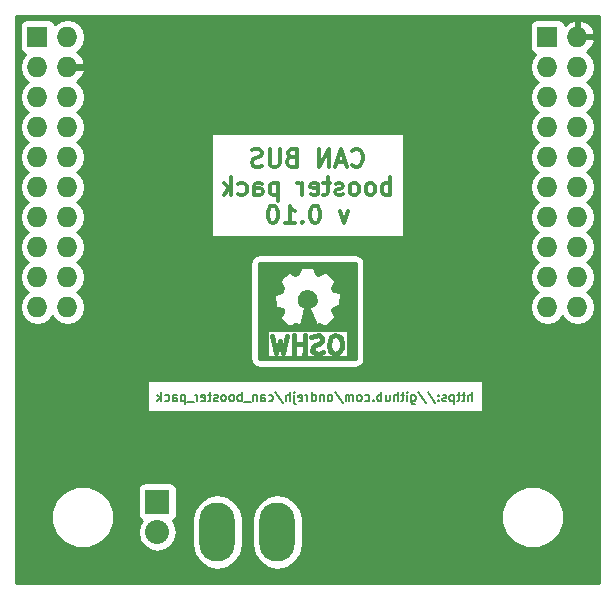
<source format=gbr>
G04 #@! TF.FileFunction,Copper,L2,Bot,Signal*
%FSLAX46Y46*%
G04 Gerber Fmt 4.6, Leading zero omitted, Abs format (unit mm)*
G04 Created by KiCad (PCBNEW (2014-12-04 BZR 5312)-product) date 9.1.2015 14:21:54*
%MOMM*%
G01*
G04 APERTURE LIST*
%ADD10C,0.100000*%
%ADD11C,0.190000*%
%ADD12C,0.300000*%
%ADD13C,0.381000*%
%ADD14R,2.032000X2.032000*%
%ADD15O,2.032000X2.032000*%
%ADD16R,1.727200X1.727200*%
%ADD17O,1.727200X1.727200*%
%ADD18O,2.999740X5.001260*%
%ADD19C,0.889000*%
%ADD20C,0.600000*%
%ADD21C,0.254000*%
G04 APERTURE END LIST*
D10*
D11*
X93945001Y-74003810D02*
X93945001Y-73243810D01*
X93619286Y-74003810D02*
X93619286Y-73605714D01*
X93655477Y-73533333D01*
X93727858Y-73497143D01*
X93836429Y-73497143D01*
X93908810Y-73533333D01*
X93945001Y-73569524D01*
X93365953Y-73497143D02*
X93076429Y-73497143D01*
X93257382Y-73243810D02*
X93257382Y-73895238D01*
X93221191Y-73967619D01*
X93148810Y-74003810D01*
X93076429Y-74003810D01*
X92931667Y-73497143D02*
X92642143Y-73497143D01*
X92823096Y-73243810D02*
X92823096Y-73895238D01*
X92786905Y-73967619D01*
X92714524Y-74003810D01*
X92642143Y-74003810D01*
X92388810Y-73497143D02*
X92388810Y-74257143D01*
X92388810Y-73533333D02*
X92316429Y-73497143D01*
X92171667Y-73497143D01*
X92099286Y-73533333D01*
X92063095Y-73569524D01*
X92026905Y-73641905D01*
X92026905Y-73859048D01*
X92063095Y-73931429D01*
X92099286Y-73967619D01*
X92171667Y-74003810D01*
X92316429Y-74003810D01*
X92388810Y-73967619D01*
X91737381Y-73967619D02*
X91665000Y-74003810D01*
X91520238Y-74003810D01*
X91447857Y-73967619D01*
X91411667Y-73895238D01*
X91411667Y-73859048D01*
X91447857Y-73786667D01*
X91520238Y-73750476D01*
X91628810Y-73750476D01*
X91701191Y-73714286D01*
X91737381Y-73641905D01*
X91737381Y-73605714D01*
X91701191Y-73533333D01*
X91628810Y-73497143D01*
X91520238Y-73497143D01*
X91447857Y-73533333D01*
X91085953Y-73931429D02*
X91049762Y-73967619D01*
X91085953Y-74003810D01*
X91122143Y-73967619D01*
X91085953Y-73931429D01*
X91085953Y-74003810D01*
X91085953Y-73533333D02*
X91049762Y-73569524D01*
X91085953Y-73605714D01*
X91122143Y-73569524D01*
X91085953Y-73533333D01*
X91085953Y-73605714D01*
X90181190Y-73207619D02*
X90832619Y-74184762D01*
X89385000Y-73207619D02*
X90036429Y-74184762D01*
X88805953Y-73497143D02*
X88805953Y-74112381D01*
X88842144Y-74184762D01*
X88878334Y-74220952D01*
X88950715Y-74257143D01*
X89059287Y-74257143D01*
X89131668Y-74220952D01*
X88805953Y-73967619D02*
X88878334Y-74003810D01*
X89023096Y-74003810D01*
X89095477Y-73967619D01*
X89131668Y-73931429D01*
X89167858Y-73859048D01*
X89167858Y-73641905D01*
X89131668Y-73569524D01*
X89095477Y-73533333D01*
X89023096Y-73497143D01*
X88878334Y-73497143D01*
X88805953Y-73533333D01*
X88444049Y-74003810D02*
X88444049Y-73497143D01*
X88444049Y-73243810D02*
X88480239Y-73280000D01*
X88444049Y-73316190D01*
X88407858Y-73280000D01*
X88444049Y-73243810D01*
X88444049Y-73316190D01*
X88190715Y-73497143D02*
X87901191Y-73497143D01*
X88082144Y-73243810D02*
X88082144Y-73895238D01*
X88045953Y-73967619D01*
X87973572Y-74003810D01*
X87901191Y-74003810D01*
X87647858Y-74003810D02*
X87647858Y-73243810D01*
X87322143Y-74003810D02*
X87322143Y-73605714D01*
X87358334Y-73533333D01*
X87430715Y-73497143D01*
X87539286Y-73497143D01*
X87611667Y-73533333D01*
X87647858Y-73569524D01*
X86634524Y-73497143D02*
X86634524Y-74003810D01*
X86960239Y-73497143D02*
X86960239Y-73895238D01*
X86924048Y-73967619D01*
X86851667Y-74003810D01*
X86743096Y-74003810D01*
X86670715Y-73967619D01*
X86634524Y-73931429D01*
X86272620Y-74003810D02*
X86272620Y-73243810D01*
X86272620Y-73533333D02*
X86200239Y-73497143D01*
X86055477Y-73497143D01*
X85983096Y-73533333D01*
X85946905Y-73569524D01*
X85910715Y-73641905D01*
X85910715Y-73859048D01*
X85946905Y-73931429D01*
X85983096Y-73967619D01*
X86055477Y-74003810D01*
X86200239Y-74003810D01*
X86272620Y-73967619D01*
X85585001Y-73931429D02*
X85548810Y-73967619D01*
X85585001Y-74003810D01*
X85621191Y-73967619D01*
X85585001Y-73931429D01*
X85585001Y-74003810D01*
X84897381Y-73967619D02*
X84969762Y-74003810D01*
X85114524Y-74003810D01*
X85186905Y-73967619D01*
X85223096Y-73931429D01*
X85259286Y-73859048D01*
X85259286Y-73641905D01*
X85223096Y-73569524D01*
X85186905Y-73533333D01*
X85114524Y-73497143D01*
X84969762Y-73497143D01*
X84897381Y-73533333D01*
X84463095Y-74003810D02*
X84535476Y-73967619D01*
X84571667Y-73931429D01*
X84607857Y-73859048D01*
X84607857Y-73641905D01*
X84571667Y-73569524D01*
X84535476Y-73533333D01*
X84463095Y-73497143D01*
X84354524Y-73497143D01*
X84282143Y-73533333D01*
X84245952Y-73569524D01*
X84209762Y-73641905D01*
X84209762Y-73859048D01*
X84245952Y-73931429D01*
X84282143Y-73967619D01*
X84354524Y-74003810D01*
X84463095Y-74003810D01*
X83884048Y-74003810D02*
X83884048Y-73497143D01*
X83884048Y-73569524D02*
X83847857Y-73533333D01*
X83775476Y-73497143D01*
X83666905Y-73497143D01*
X83594524Y-73533333D01*
X83558333Y-73605714D01*
X83558333Y-74003810D01*
X83558333Y-73605714D02*
X83522143Y-73533333D01*
X83449762Y-73497143D01*
X83341190Y-73497143D01*
X83268810Y-73533333D01*
X83232619Y-73605714D01*
X83232619Y-74003810D01*
X82327857Y-73207619D02*
X82979286Y-74184762D01*
X81965953Y-74003810D02*
X82038334Y-73967619D01*
X82074525Y-73931429D01*
X82110715Y-73859048D01*
X82110715Y-73641905D01*
X82074525Y-73569524D01*
X82038334Y-73533333D01*
X81965953Y-73497143D01*
X81857382Y-73497143D01*
X81785001Y-73533333D01*
X81748810Y-73569524D01*
X81712620Y-73641905D01*
X81712620Y-73859048D01*
X81748810Y-73931429D01*
X81785001Y-73967619D01*
X81857382Y-74003810D01*
X81965953Y-74003810D01*
X81386906Y-73497143D02*
X81386906Y-74003810D01*
X81386906Y-73569524D02*
X81350715Y-73533333D01*
X81278334Y-73497143D01*
X81169763Y-73497143D01*
X81097382Y-73533333D01*
X81061191Y-73605714D01*
X81061191Y-74003810D01*
X80373572Y-74003810D02*
X80373572Y-73243810D01*
X80373572Y-73967619D02*
X80445953Y-74003810D01*
X80590715Y-74003810D01*
X80663096Y-73967619D01*
X80699287Y-73931429D01*
X80735477Y-73859048D01*
X80735477Y-73641905D01*
X80699287Y-73569524D01*
X80663096Y-73533333D01*
X80590715Y-73497143D01*
X80445953Y-73497143D01*
X80373572Y-73533333D01*
X80011668Y-74003810D02*
X80011668Y-73497143D01*
X80011668Y-73641905D02*
X79975477Y-73569524D01*
X79939287Y-73533333D01*
X79866906Y-73497143D01*
X79794525Y-73497143D01*
X79251668Y-73967619D02*
X79324049Y-74003810D01*
X79468811Y-74003810D01*
X79541192Y-73967619D01*
X79577382Y-73895238D01*
X79577382Y-73605714D01*
X79541192Y-73533333D01*
X79468811Y-73497143D01*
X79324049Y-73497143D01*
X79251668Y-73533333D01*
X79215477Y-73605714D01*
X79215477Y-73678095D01*
X79577382Y-73750476D01*
X78889763Y-73497143D02*
X78889763Y-74148571D01*
X78925953Y-74220952D01*
X78998334Y-74257143D01*
X79034525Y-74257143D01*
X78889763Y-73243810D02*
X78925953Y-73280000D01*
X78889763Y-73316190D01*
X78853572Y-73280000D01*
X78889763Y-73243810D01*
X78889763Y-73316190D01*
X78527858Y-74003810D02*
X78527858Y-73243810D01*
X78202143Y-74003810D02*
X78202143Y-73605714D01*
X78238334Y-73533333D01*
X78310715Y-73497143D01*
X78419286Y-73497143D01*
X78491667Y-73533333D01*
X78527858Y-73569524D01*
X77297381Y-73207619D02*
X77948810Y-74184762D01*
X76718334Y-73967619D02*
X76790715Y-74003810D01*
X76935477Y-74003810D01*
X77007858Y-73967619D01*
X77044049Y-73931429D01*
X77080239Y-73859048D01*
X77080239Y-73641905D01*
X77044049Y-73569524D01*
X77007858Y-73533333D01*
X76935477Y-73497143D01*
X76790715Y-73497143D01*
X76718334Y-73533333D01*
X76066905Y-74003810D02*
X76066905Y-73605714D01*
X76103096Y-73533333D01*
X76175477Y-73497143D01*
X76320239Y-73497143D01*
X76392620Y-73533333D01*
X76066905Y-73967619D02*
X76139286Y-74003810D01*
X76320239Y-74003810D01*
X76392620Y-73967619D01*
X76428810Y-73895238D01*
X76428810Y-73822857D01*
X76392620Y-73750476D01*
X76320239Y-73714286D01*
X76139286Y-73714286D01*
X76066905Y-73678095D01*
X75705001Y-73497143D02*
X75705001Y-74003810D01*
X75705001Y-73569524D02*
X75668810Y-73533333D01*
X75596429Y-73497143D01*
X75487858Y-73497143D01*
X75415477Y-73533333D01*
X75379286Y-73605714D01*
X75379286Y-74003810D01*
X75198334Y-74076190D02*
X74619286Y-74076190D01*
X74438334Y-74003810D02*
X74438334Y-73243810D01*
X74438334Y-73533333D02*
X74365953Y-73497143D01*
X74221191Y-73497143D01*
X74148810Y-73533333D01*
X74112619Y-73569524D01*
X74076429Y-73641905D01*
X74076429Y-73859048D01*
X74112619Y-73931429D01*
X74148810Y-73967619D01*
X74221191Y-74003810D01*
X74365953Y-74003810D01*
X74438334Y-73967619D01*
X73642143Y-74003810D02*
X73714524Y-73967619D01*
X73750715Y-73931429D01*
X73786905Y-73859048D01*
X73786905Y-73641905D01*
X73750715Y-73569524D01*
X73714524Y-73533333D01*
X73642143Y-73497143D01*
X73533572Y-73497143D01*
X73461191Y-73533333D01*
X73425000Y-73569524D01*
X73388810Y-73641905D01*
X73388810Y-73859048D01*
X73425000Y-73931429D01*
X73461191Y-73967619D01*
X73533572Y-74003810D01*
X73642143Y-74003810D01*
X72954524Y-74003810D02*
X73026905Y-73967619D01*
X73063096Y-73931429D01*
X73099286Y-73859048D01*
X73099286Y-73641905D01*
X73063096Y-73569524D01*
X73026905Y-73533333D01*
X72954524Y-73497143D01*
X72845953Y-73497143D01*
X72773572Y-73533333D01*
X72737381Y-73569524D01*
X72701191Y-73641905D01*
X72701191Y-73859048D01*
X72737381Y-73931429D01*
X72773572Y-73967619D01*
X72845953Y-74003810D01*
X72954524Y-74003810D01*
X72411667Y-73967619D02*
X72339286Y-74003810D01*
X72194524Y-74003810D01*
X72122143Y-73967619D01*
X72085953Y-73895238D01*
X72085953Y-73859048D01*
X72122143Y-73786667D01*
X72194524Y-73750476D01*
X72303096Y-73750476D01*
X72375477Y-73714286D01*
X72411667Y-73641905D01*
X72411667Y-73605714D01*
X72375477Y-73533333D01*
X72303096Y-73497143D01*
X72194524Y-73497143D01*
X72122143Y-73533333D01*
X71868810Y-73497143D02*
X71579286Y-73497143D01*
X71760239Y-73243810D02*
X71760239Y-73895238D01*
X71724048Y-73967619D01*
X71651667Y-74003810D01*
X71579286Y-74003810D01*
X71036429Y-73967619D02*
X71108810Y-74003810D01*
X71253572Y-74003810D01*
X71325953Y-73967619D01*
X71362143Y-73895238D01*
X71362143Y-73605714D01*
X71325953Y-73533333D01*
X71253572Y-73497143D01*
X71108810Y-73497143D01*
X71036429Y-73533333D01*
X71000238Y-73605714D01*
X71000238Y-73678095D01*
X71362143Y-73750476D01*
X70674524Y-74003810D02*
X70674524Y-73497143D01*
X70674524Y-73641905D02*
X70638333Y-73569524D01*
X70602143Y-73533333D01*
X70529762Y-73497143D01*
X70457381Y-73497143D01*
X70385000Y-74076190D02*
X69805952Y-74076190D01*
X69625000Y-73497143D02*
X69625000Y-74257143D01*
X69625000Y-73533333D02*
X69552619Y-73497143D01*
X69407857Y-73497143D01*
X69335476Y-73533333D01*
X69299285Y-73569524D01*
X69263095Y-73641905D01*
X69263095Y-73859048D01*
X69299285Y-73931429D01*
X69335476Y-73967619D01*
X69407857Y-74003810D01*
X69552619Y-74003810D01*
X69625000Y-73967619D01*
X68611666Y-74003810D02*
X68611666Y-73605714D01*
X68647857Y-73533333D01*
X68720238Y-73497143D01*
X68865000Y-73497143D01*
X68937381Y-73533333D01*
X68611666Y-73967619D02*
X68684047Y-74003810D01*
X68865000Y-74003810D01*
X68937381Y-73967619D01*
X68973571Y-73895238D01*
X68973571Y-73822857D01*
X68937381Y-73750476D01*
X68865000Y-73714286D01*
X68684047Y-73714286D01*
X68611666Y-73678095D01*
X67924047Y-73967619D02*
X67996428Y-74003810D01*
X68141190Y-74003810D01*
X68213571Y-73967619D01*
X68249762Y-73931429D01*
X68285952Y-73859048D01*
X68285952Y-73641905D01*
X68249762Y-73569524D01*
X68213571Y-73533333D01*
X68141190Y-73497143D01*
X67996428Y-73497143D01*
X67924047Y-73533333D01*
X67598333Y-74003810D02*
X67598333Y-73243810D01*
X67525952Y-73714286D02*
X67308809Y-74003810D01*
X67308809Y-73497143D02*
X67598333Y-73786667D01*
D12*
X83795714Y-54015714D02*
X83867143Y-54087143D01*
X84081429Y-54158571D01*
X84224286Y-54158571D01*
X84438571Y-54087143D01*
X84581429Y-53944286D01*
X84652857Y-53801429D01*
X84724286Y-53515714D01*
X84724286Y-53301429D01*
X84652857Y-53015714D01*
X84581429Y-52872857D01*
X84438571Y-52730000D01*
X84224286Y-52658571D01*
X84081429Y-52658571D01*
X83867143Y-52730000D01*
X83795714Y-52801429D01*
X83224286Y-53730000D02*
X82510000Y-53730000D01*
X83367143Y-54158571D02*
X82867143Y-52658571D01*
X82367143Y-54158571D01*
X81867143Y-54158571D02*
X81867143Y-52658571D01*
X81010000Y-54158571D01*
X81010000Y-52658571D01*
X78652857Y-53372857D02*
X78438571Y-53444286D01*
X78367143Y-53515714D01*
X78295714Y-53658571D01*
X78295714Y-53872857D01*
X78367143Y-54015714D01*
X78438571Y-54087143D01*
X78581429Y-54158571D01*
X79152857Y-54158571D01*
X79152857Y-52658571D01*
X78652857Y-52658571D01*
X78510000Y-52730000D01*
X78438571Y-52801429D01*
X78367143Y-52944286D01*
X78367143Y-53087143D01*
X78438571Y-53230000D01*
X78510000Y-53301429D01*
X78652857Y-53372857D01*
X79152857Y-53372857D01*
X77652857Y-52658571D02*
X77652857Y-53872857D01*
X77581429Y-54015714D01*
X77510000Y-54087143D01*
X77367143Y-54158571D01*
X77081429Y-54158571D01*
X76938571Y-54087143D01*
X76867143Y-54015714D01*
X76795714Y-53872857D01*
X76795714Y-52658571D01*
X76152857Y-54087143D02*
X75938571Y-54158571D01*
X75581428Y-54158571D01*
X75438571Y-54087143D01*
X75367142Y-54015714D01*
X75295714Y-53872857D01*
X75295714Y-53730000D01*
X75367142Y-53587143D01*
X75438571Y-53515714D01*
X75581428Y-53444286D01*
X75867142Y-53372857D01*
X76010000Y-53301429D01*
X76081428Y-53230000D01*
X76152857Y-53087143D01*
X76152857Y-52944286D01*
X76081428Y-52801429D01*
X76010000Y-52730000D01*
X75867142Y-52658571D01*
X75510000Y-52658571D01*
X75295714Y-52730000D01*
X87010000Y-56558571D02*
X87010000Y-55058571D01*
X87010000Y-55630000D02*
X86867143Y-55558571D01*
X86581429Y-55558571D01*
X86438572Y-55630000D01*
X86367143Y-55701429D01*
X86295714Y-55844286D01*
X86295714Y-56272857D01*
X86367143Y-56415714D01*
X86438572Y-56487143D01*
X86581429Y-56558571D01*
X86867143Y-56558571D01*
X87010000Y-56487143D01*
X85438571Y-56558571D02*
X85581429Y-56487143D01*
X85652857Y-56415714D01*
X85724286Y-56272857D01*
X85724286Y-55844286D01*
X85652857Y-55701429D01*
X85581429Y-55630000D01*
X85438571Y-55558571D01*
X85224286Y-55558571D01*
X85081429Y-55630000D01*
X85010000Y-55701429D01*
X84938571Y-55844286D01*
X84938571Y-56272857D01*
X85010000Y-56415714D01*
X85081429Y-56487143D01*
X85224286Y-56558571D01*
X85438571Y-56558571D01*
X84081428Y-56558571D02*
X84224286Y-56487143D01*
X84295714Y-56415714D01*
X84367143Y-56272857D01*
X84367143Y-55844286D01*
X84295714Y-55701429D01*
X84224286Y-55630000D01*
X84081428Y-55558571D01*
X83867143Y-55558571D01*
X83724286Y-55630000D01*
X83652857Y-55701429D01*
X83581428Y-55844286D01*
X83581428Y-56272857D01*
X83652857Y-56415714D01*
X83724286Y-56487143D01*
X83867143Y-56558571D01*
X84081428Y-56558571D01*
X83010000Y-56487143D02*
X82867143Y-56558571D01*
X82581428Y-56558571D01*
X82438571Y-56487143D01*
X82367143Y-56344286D01*
X82367143Y-56272857D01*
X82438571Y-56130000D01*
X82581428Y-56058571D01*
X82795714Y-56058571D01*
X82938571Y-55987143D01*
X83010000Y-55844286D01*
X83010000Y-55772857D01*
X82938571Y-55630000D01*
X82795714Y-55558571D01*
X82581428Y-55558571D01*
X82438571Y-55630000D01*
X81938571Y-55558571D02*
X81367142Y-55558571D01*
X81724285Y-55058571D02*
X81724285Y-56344286D01*
X81652857Y-56487143D01*
X81509999Y-56558571D01*
X81367142Y-56558571D01*
X80295714Y-56487143D02*
X80438571Y-56558571D01*
X80724285Y-56558571D01*
X80867142Y-56487143D01*
X80938571Y-56344286D01*
X80938571Y-55772857D01*
X80867142Y-55630000D01*
X80724285Y-55558571D01*
X80438571Y-55558571D01*
X80295714Y-55630000D01*
X80224285Y-55772857D01*
X80224285Y-55915714D01*
X80938571Y-56058571D01*
X79581428Y-56558571D02*
X79581428Y-55558571D01*
X79581428Y-55844286D02*
X79510000Y-55701429D01*
X79438571Y-55630000D01*
X79295714Y-55558571D01*
X79152857Y-55558571D01*
X77510000Y-55558571D02*
X77510000Y-57058571D01*
X77510000Y-55630000D02*
X77367143Y-55558571D01*
X77081429Y-55558571D01*
X76938572Y-55630000D01*
X76867143Y-55701429D01*
X76795714Y-55844286D01*
X76795714Y-56272857D01*
X76867143Y-56415714D01*
X76938572Y-56487143D01*
X77081429Y-56558571D01*
X77367143Y-56558571D01*
X77510000Y-56487143D01*
X75510000Y-56558571D02*
X75510000Y-55772857D01*
X75581429Y-55630000D01*
X75724286Y-55558571D01*
X76010000Y-55558571D01*
X76152857Y-55630000D01*
X75510000Y-56487143D02*
X75652857Y-56558571D01*
X76010000Y-56558571D01*
X76152857Y-56487143D01*
X76224286Y-56344286D01*
X76224286Y-56201429D01*
X76152857Y-56058571D01*
X76010000Y-55987143D01*
X75652857Y-55987143D01*
X75510000Y-55915714D01*
X74152857Y-56487143D02*
X74295714Y-56558571D01*
X74581428Y-56558571D01*
X74724286Y-56487143D01*
X74795714Y-56415714D01*
X74867143Y-56272857D01*
X74867143Y-55844286D01*
X74795714Y-55701429D01*
X74724286Y-55630000D01*
X74581428Y-55558571D01*
X74295714Y-55558571D01*
X74152857Y-55630000D01*
X73510000Y-56558571D02*
X73510000Y-55058571D01*
X73367143Y-55987143D02*
X72938572Y-56558571D01*
X72938572Y-55558571D02*
X73510000Y-56130000D01*
X83438570Y-57958571D02*
X83081427Y-58958571D01*
X82724285Y-57958571D01*
X80724285Y-57458571D02*
X80581428Y-57458571D01*
X80438571Y-57530000D01*
X80367142Y-57601429D01*
X80295713Y-57744286D01*
X80224285Y-58030000D01*
X80224285Y-58387143D01*
X80295713Y-58672857D01*
X80367142Y-58815714D01*
X80438571Y-58887143D01*
X80581428Y-58958571D01*
X80724285Y-58958571D01*
X80867142Y-58887143D01*
X80938571Y-58815714D01*
X81009999Y-58672857D01*
X81081428Y-58387143D01*
X81081428Y-58030000D01*
X81009999Y-57744286D01*
X80938571Y-57601429D01*
X80867142Y-57530000D01*
X80724285Y-57458571D01*
X79581428Y-58815714D02*
X79510000Y-58887143D01*
X79581428Y-58958571D01*
X79652857Y-58887143D01*
X79581428Y-58815714D01*
X79581428Y-58958571D01*
X78081428Y-58958571D02*
X78938571Y-58958571D01*
X78509999Y-58958571D02*
X78509999Y-57458571D01*
X78652856Y-57672857D01*
X78795714Y-57815714D01*
X78938571Y-57887143D01*
X77152857Y-57458571D02*
X77010000Y-57458571D01*
X76867143Y-57530000D01*
X76795714Y-57601429D01*
X76724285Y-57744286D01*
X76652857Y-58030000D01*
X76652857Y-58387143D01*
X76724285Y-58672857D01*
X76795714Y-58815714D01*
X76867143Y-58887143D01*
X77010000Y-58958571D01*
X77152857Y-58958571D01*
X77295714Y-58887143D01*
X77367143Y-58815714D01*
X77438571Y-58672857D01*
X77510000Y-58387143D01*
X77510000Y-58030000D01*
X77438571Y-57744286D01*
X77367143Y-57601429D01*
X77295714Y-57530000D01*
X77152857Y-57458571D01*
D13*
X80010000Y-66004440D02*
X80609440Y-67604640D01*
X79910940Y-66106040D02*
X79509620Y-67604640D01*
X80408780Y-65704720D02*
X79611220Y-65704720D01*
X79410560Y-65405000D02*
X80408780Y-65405000D01*
X80408780Y-65105280D02*
X79611220Y-65105280D01*
X84010500Y-67604640D02*
X82008980Y-67604640D01*
X82311240Y-67304920D02*
X83908900Y-67304920D01*
X84010500Y-67005200D02*
X82509360Y-67005200D01*
X82410300Y-66705480D02*
X84010500Y-66705480D01*
X83908900Y-66405760D02*
X82509360Y-66405760D01*
X82809080Y-66106040D02*
X83908900Y-66106040D01*
X84010500Y-65803780D02*
X83009740Y-65803780D01*
X83009740Y-65504060D02*
X84010500Y-65504060D01*
X83908900Y-65204340D02*
X83009740Y-65204340D01*
X82910680Y-64904620D02*
X83908900Y-64904620D01*
X84010500Y-64604900D02*
X82509360Y-64604900D01*
X82410300Y-64305180D02*
X83908900Y-64305180D01*
X84010500Y-64206120D02*
X82610960Y-64206120D01*
X82509360Y-63903860D02*
X83908900Y-63903860D01*
X83908900Y-63604140D02*
X82509360Y-63604140D01*
X82008980Y-63304420D02*
X83809840Y-63304420D01*
X83908900Y-63004700D02*
X80909160Y-63004700D01*
X80711040Y-62704980D02*
X83908900Y-62704980D01*
X79209900Y-62704980D02*
X76111100Y-62704980D01*
X76009500Y-62905640D02*
X79110840Y-62905640D01*
X78011020Y-63205360D02*
X76111100Y-63205360D01*
X76009500Y-63406020D02*
X77708760Y-63406020D01*
X77510640Y-63705740D02*
X76111100Y-63705740D01*
X76111100Y-64005460D02*
X77409040Y-64005460D01*
X77708760Y-64305180D02*
X76009500Y-64305180D01*
X76009500Y-64604900D02*
X77609700Y-64604900D01*
X77109320Y-64904620D02*
X76009500Y-64904620D01*
X76009500Y-65204340D02*
X77010260Y-65204340D01*
X77109320Y-65504060D02*
X76009500Y-65504060D01*
X76009500Y-65803780D02*
X77109320Y-65803780D01*
X77210920Y-66106040D02*
X76111100Y-66106040D01*
X76009500Y-66405760D02*
X77708760Y-66405760D01*
X77609700Y-66705480D02*
X76111100Y-66705480D01*
X77609700Y-67005200D02*
X76210160Y-67005200D01*
X76111100Y-67304920D02*
X77609700Y-67304920D01*
X77909420Y-67604640D02*
X76210160Y-67604640D01*
X80010000Y-67005200D02*
X79809340Y-67706240D01*
X80010000Y-66906140D02*
X80210660Y-67706240D01*
X76309220Y-67904360D02*
X76210160Y-70205600D01*
X83809840Y-67904360D02*
X83809840Y-70205600D01*
X83510120Y-67904360D02*
X83510120Y-70406260D01*
X76509880Y-67904360D02*
X76509880Y-70406260D01*
X84010500Y-67904360D02*
X76009500Y-67904360D01*
X79989680Y-66085720D02*
X80020160Y-66375280D01*
X80020160Y-66375280D02*
X79451200Y-67744340D01*
X79451200Y-67744340D02*
X79009240Y-67594480D01*
X79009240Y-67594480D02*
X78971140Y-67546220D01*
X78971140Y-67546220D02*
X78579980Y-67815460D01*
X78590140Y-67774820D02*
X78389480Y-67744340D01*
X78379320Y-67784980D02*
X77701140Y-67144900D01*
X77701140Y-67144900D02*
X77609700Y-66913760D01*
X77609700Y-66913760D02*
X77878940Y-66436240D01*
X77878940Y-66436240D02*
X77851000Y-66283840D01*
X77851000Y-66283840D02*
X77170280Y-66095880D01*
X77170280Y-66095880D02*
X77109320Y-64914780D01*
X77109320Y-64914780D02*
X77779880Y-64665860D01*
X77779880Y-64665860D02*
X77851000Y-64465200D01*
X77851000Y-64465200D02*
X77579220Y-63934340D01*
X77579220Y-63934340D02*
X77701140Y-63624460D01*
X77701140Y-63624460D02*
X78341220Y-63014860D01*
X78341220Y-63014860D02*
X78549500Y-63004700D01*
X78549500Y-63004700D02*
X78971140Y-63263780D01*
X78971140Y-63263780D02*
X79148940Y-63185040D01*
X79148940Y-63185040D02*
X79369920Y-62626240D01*
X79369920Y-62626240D02*
X79390240Y-62555120D01*
X79390240Y-62555120D02*
X80561180Y-62534800D01*
X80551020Y-62494160D02*
X80799940Y-63164720D01*
X80799940Y-63164720D02*
X80919320Y-63235840D01*
X80919320Y-63235840D02*
X81620360Y-62936120D01*
X81620360Y-62936120D02*
X82471260Y-63835280D01*
X82471260Y-63835280D02*
X82199480Y-64465200D01*
X82199480Y-64465200D02*
X82240120Y-64594740D01*
X82240120Y-64594740D02*
X82760820Y-64676020D01*
X82760820Y-64676020D02*
X82910680Y-64734440D01*
X82910680Y-64734440D02*
X82880200Y-65994280D01*
X82880200Y-65994280D02*
X82240120Y-66225420D01*
X82240120Y-66225420D02*
X82209640Y-66324480D01*
X82209640Y-66324480D02*
X82509360Y-66934080D01*
X82509360Y-66934080D02*
X81688940Y-67774820D01*
X81688940Y-67774820D02*
X81579720Y-67866260D01*
X81579720Y-67866260D02*
X80990440Y-67574160D01*
X80990440Y-67574160D02*
X80728820Y-67713860D01*
X80728820Y-67713860D02*
X80500220Y-67713860D01*
X80500220Y-67713860D02*
X79959200Y-66205100D01*
X79959200Y-66205100D02*
X80200500Y-65895220D01*
X80200500Y-65895220D02*
X80279240Y-65905380D01*
X80279240Y-65905380D02*
X80490060Y-65765680D01*
X80490060Y-65765680D02*
X80629760Y-65565020D01*
X80629760Y-65565020D02*
X80589120Y-65125600D01*
X80589120Y-65125600D02*
X80309720Y-64836040D01*
X80309720Y-64836040D02*
X79949040Y-64764920D01*
X79949040Y-64764920D02*
X79611220Y-64884300D01*
X79611220Y-64884300D02*
X79380080Y-65184020D01*
X79380080Y-65184020D02*
X79390240Y-65585340D01*
X79390240Y-65585340D02*
X79499460Y-65775840D01*
X79499460Y-65775840D02*
X80010000Y-66085720D01*
X84010500Y-62405260D02*
X76009500Y-62405260D01*
X76009500Y-62405260D02*
X76009500Y-70406260D01*
X76009500Y-70406260D02*
X84010500Y-70406260D01*
X84010500Y-70406260D02*
X84010500Y-62405260D01*
X78292960Y-68486020D02*
X77932280Y-69956680D01*
X77932280Y-69956680D02*
X77652880Y-68894960D01*
X77652880Y-68894960D02*
X77343000Y-69966840D01*
X77343000Y-69966840D02*
X77002640Y-68516500D01*
X79712820Y-69176900D02*
X78922880Y-69166740D01*
X78922880Y-69166740D02*
X78912720Y-69176900D01*
X78912720Y-69176900D02*
X78912720Y-69166740D01*
X78872080Y-68455540D02*
X78872080Y-69997320D01*
X79761080Y-68445380D02*
X79761080Y-70015100D01*
X79761080Y-70015100D02*
X79750920Y-70004940D01*
X80312260Y-68546980D02*
X80662780Y-68465700D01*
X80662780Y-68465700D02*
X80982820Y-68455540D01*
X80982820Y-68455540D02*
X81221580Y-68656200D01*
X81221580Y-68656200D02*
X81252060Y-68925440D01*
X81252060Y-68925440D02*
X81010760Y-69166740D01*
X81010760Y-69166740D02*
X80622140Y-69296280D01*
X80622140Y-69296280D02*
X80441800Y-69456300D01*
X80441800Y-69456300D02*
X80401160Y-69756020D01*
X80401160Y-69756020D02*
X80632300Y-69977000D01*
X80632300Y-69977000D02*
X80952340Y-70004940D01*
X80952340Y-70004940D02*
X81302860Y-69895720D01*
X82341720Y-68445380D02*
X82590640Y-68465700D01*
X82590640Y-68465700D02*
X82831940Y-68707000D01*
X82831940Y-68707000D02*
X82920840Y-69197220D01*
X82920840Y-69197220D02*
X82892900Y-69545200D01*
X82892900Y-69545200D02*
X82692240Y-69865240D01*
X82692240Y-69865240D02*
X82440780Y-69987160D01*
X82440780Y-69987160D02*
X82130900Y-69916040D01*
X82130900Y-69916040D02*
X81912460Y-69735700D01*
X81912460Y-69735700D02*
X81841340Y-69275960D01*
X81841340Y-69275960D02*
X81892140Y-68867020D01*
X81892140Y-68867020D02*
X82001360Y-68585080D01*
X82001360Y-68585080D02*
X82362040Y-68455540D01*
D14*
X67310000Y-82550000D03*
D15*
X67310000Y-85090000D03*
D16*
X57150000Y-43180000D03*
D17*
X59690000Y-43180000D03*
X57150000Y-45720000D03*
X59690000Y-45720000D03*
X57150000Y-48260000D03*
X59690000Y-48260000D03*
X57150000Y-50800000D03*
X59690000Y-50800000D03*
X57150000Y-53340000D03*
X59690000Y-53340000D03*
X57150000Y-55880000D03*
X59690000Y-55880000D03*
X57150000Y-58420000D03*
X59690000Y-58420000D03*
X57150000Y-60960000D03*
X59690000Y-60960000D03*
X57150000Y-63500000D03*
X59690000Y-63500000D03*
X57150000Y-66040000D03*
X59690000Y-66040000D03*
D16*
X100330000Y-43180000D03*
D17*
X102870000Y-43180000D03*
X100330000Y-45720000D03*
X102870000Y-45720000D03*
X100330000Y-48260000D03*
X102870000Y-48260000D03*
X100330000Y-50800000D03*
X102870000Y-50800000D03*
X100330000Y-53340000D03*
X102870000Y-53340000D03*
X100330000Y-55880000D03*
X102870000Y-55880000D03*
X100330000Y-58420000D03*
X102870000Y-58420000D03*
X100330000Y-60960000D03*
X102870000Y-60960000D03*
X100330000Y-63500000D03*
X102870000Y-63500000D03*
X100330000Y-66040000D03*
X102870000Y-66040000D03*
D18*
X72390000Y-85090000D03*
X77470000Y-85090000D03*
D19*
X104140000Y-88900000D03*
X68580000Y-76835000D03*
X69850000Y-76835000D03*
X67310000Y-76835000D03*
X55880000Y-88900000D03*
X81280000Y-76835000D03*
X82550000Y-76835000D03*
X80010000Y-76835000D03*
X71120000Y-46990000D03*
X71120000Y-49530000D03*
X77470000Y-46355000D03*
X77470000Y-47625000D03*
D20*
X104140000Y-88900000D02*
X104140000Y-88265000D01*
X68580000Y-76835000D02*
X69850000Y-76835000D01*
X67310000Y-76835000D02*
X65405000Y-78105000D01*
X65405000Y-78105000D02*
X65405000Y-88900000D01*
X65405000Y-88900000D02*
X55880000Y-88900000D01*
X81280000Y-76835000D02*
X82550000Y-76835000D01*
X80010000Y-76835000D02*
X79375000Y-76835000D01*
X59690000Y-45720000D02*
X69850000Y-45720000D01*
X69850000Y-45720000D02*
X71120000Y-46990000D01*
X71120000Y-49530000D02*
X70485000Y-49530000D01*
X77470000Y-46355000D02*
X77470000Y-47625000D01*
D21*
G36*
X104675000Y-89435000D02*
X104368600Y-89435000D01*
X104368600Y-66069359D01*
X104368600Y-66010641D01*
X104254526Y-65437152D01*
X103929670Y-64950971D01*
X103658827Y-64770000D01*
X103929670Y-64589029D01*
X104254526Y-64102848D01*
X104368600Y-63529359D01*
X104368600Y-63470641D01*
X104254526Y-62897152D01*
X103929670Y-62410971D01*
X103658827Y-62230000D01*
X103929670Y-62049029D01*
X104254526Y-61562848D01*
X104368600Y-60989359D01*
X104368600Y-60930641D01*
X104254526Y-60357152D01*
X103929670Y-59870971D01*
X103658827Y-59690000D01*
X103929670Y-59509029D01*
X104254526Y-59022848D01*
X104368600Y-58449359D01*
X104368600Y-58390641D01*
X104254526Y-57817152D01*
X103929670Y-57330971D01*
X103658827Y-57150000D01*
X103929670Y-56969029D01*
X104254526Y-56482848D01*
X104368600Y-55909359D01*
X104368600Y-55850641D01*
X104254526Y-55277152D01*
X103929670Y-54790971D01*
X103658827Y-54610000D01*
X103929670Y-54429029D01*
X104254526Y-53942848D01*
X104368600Y-53369359D01*
X104368600Y-53310641D01*
X104254526Y-52737152D01*
X103929670Y-52250971D01*
X103658827Y-52070000D01*
X103929670Y-51889029D01*
X104254526Y-51402848D01*
X104368600Y-50829359D01*
X104368600Y-50770641D01*
X104254526Y-50197152D01*
X103929670Y-49710971D01*
X103658827Y-49530000D01*
X103929670Y-49349029D01*
X104254526Y-48862848D01*
X104368600Y-48289359D01*
X104368600Y-48230641D01*
X104254526Y-47657152D01*
X103929670Y-47170971D01*
X103658827Y-46990000D01*
X103929670Y-46809029D01*
X104254526Y-46322848D01*
X104368600Y-45749359D01*
X104368600Y-45690641D01*
X104254526Y-45117152D01*
X103929670Y-44630971D01*
X103658839Y-44450007D01*
X104076821Y-44068490D01*
X104324968Y-43539027D01*
X104324968Y-42820973D01*
X104076821Y-42291510D01*
X103644947Y-41897312D01*
X103229026Y-41725042D01*
X102997000Y-41846183D01*
X102997000Y-43053000D01*
X104204469Y-43053000D01*
X104324968Y-42820973D01*
X104324968Y-43539027D01*
X104204469Y-43307000D01*
X102997000Y-43307000D01*
X102997000Y-43327000D01*
X102743000Y-43327000D01*
X102743000Y-43307000D01*
X102723000Y-43307000D01*
X102723000Y-43053000D01*
X102743000Y-43053000D01*
X102743000Y-41846183D01*
X102510974Y-41725042D01*
X102095053Y-41897312D01*
X101810178Y-42157334D01*
X101794063Y-42074277D01*
X101654273Y-41861473D01*
X101443240Y-41719023D01*
X101193600Y-41668960D01*
X99466400Y-41668960D01*
X99224277Y-41715937D01*
X99011473Y-41855727D01*
X98869023Y-42066760D01*
X98818960Y-42316400D01*
X98818960Y-44043600D01*
X98865937Y-44285723D01*
X99005727Y-44498527D01*
X99216760Y-44640977D01*
X99258104Y-44649268D01*
X98945474Y-45117152D01*
X98831400Y-45690641D01*
X98831400Y-45749359D01*
X98945474Y-46322848D01*
X99270330Y-46809029D01*
X99541172Y-46990000D01*
X99270330Y-47170971D01*
X98945474Y-47657152D01*
X98831400Y-48230641D01*
X98831400Y-48289359D01*
X98945474Y-48862848D01*
X99270330Y-49349029D01*
X99541172Y-49530000D01*
X99270330Y-49710971D01*
X98945474Y-50197152D01*
X98831400Y-50770641D01*
X98831400Y-50829359D01*
X98945474Y-51402848D01*
X99270330Y-51889029D01*
X99541172Y-52070000D01*
X99270330Y-52250971D01*
X98945474Y-52737152D01*
X98831400Y-53310641D01*
X98831400Y-53369359D01*
X98945474Y-53942848D01*
X99270330Y-54429029D01*
X99541172Y-54610000D01*
X99270330Y-54790971D01*
X98945474Y-55277152D01*
X98831400Y-55850641D01*
X98831400Y-55909359D01*
X98945474Y-56482848D01*
X99270330Y-56969029D01*
X99541172Y-57150000D01*
X99270330Y-57330971D01*
X98945474Y-57817152D01*
X98831400Y-58390641D01*
X98831400Y-58449359D01*
X98945474Y-59022848D01*
X99270330Y-59509029D01*
X99541172Y-59690000D01*
X99270330Y-59870971D01*
X98945474Y-60357152D01*
X98831400Y-60930641D01*
X98831400Y-60989359D01*
X98945474Y-61562848D01*
X99270330Y-62049029D01*
X99541172Y-62230000D01*
X99270330Y-62410971D01*
X98945474Y-62897152D01*
X98831400Y-63470641D01*
X98831400Y-63529359D01*
X98945474Y-64102848D01*
X99270330Y-64589029D01*
X99541172Y-64770000D01*
X99270330Y-64950971D01*
X98945474Y-65437152D01*
X98831400Y-66010641D01*
X98831400Y-66069359D01*
X98945474Y-66642848D01*
X99270330Y-67129029D01*
X99756511Y-67453885D01*
X100330000Y-67567959D01*
X100903489Y-67453885D01*
X101389670Y-67129029D01*
X101600000Y-66814248D01*
X101810330Y-67129029D01*
X102296511Y-67453885D01*
X102870000Y-67567959D01*
X103443489Y-67453885D01*
X103929670Y-67129029D01*
X104254526Y-66642848D01*
X104368600Y-66069359D01*
X104368600Y-89435000D01*
X101695707Y-89435000D01*
X101695707Y-83298116D01*
X101295359Y-82329201D01*
X100554698Y-81587246D01*
X99586483Y-81185208D01*
X98538116Y-81184293D01*
X97569201Y-81584641D01*
X96827246Y-82325302D01*
X96425208Y-83293517D01*
X96424293Y-84341884D01*
X96824641Y-85310799D01*
X97565302Y-86052754D01*
X98533517Y-86454792D01*
X99581884Y-86455707D01*
X100550799Y-86055359D01*
X101292754Y-85314698D01*
X101694792Y-84346483D01*
X101695707Y-83298116D01*
X101695707Y-89435000D01*
X94855953Y-89435000D01*
X94855953Y-74922000D01*
X94855953Y-72208000D01*
X88152143Y-72208000D01*
X88152143Y-60115000D01*
X88152143Y-51345000D01*
X71867857Y-51345000D01*
X71867857Y-60115000D01*
X88152143Y-60115000D01*
X88152143Y-72208000D01*
X84836000Y-72208000D01*
X84836000Y-70406260D01*
X84836000Y-67904360D01*
X84836000Y-67604640D01*
X84836000Y-67005200D01*
X84836000Y-66705480D01*
X84836000Y-65803780D01*
X84836000Y-65504060D01*
X84836000Y-64604900D01*
X84836000Y-64206120D01*
X84836000Y-62405260D01*
X84773163Y-62089355D01*
X84594217Y-61821543D01*
X84326405Y-61642597D01*
X84010500Y-61579760D01*
X76009500Y-61579760D01*
X75693595Y-61642597D01*
X75425783Y-61821543D01*
X75246837Y-62089355D01*
X75184000Y-62405260D01*
X75184000Y-62905640D01*
X75184000Y-63406020D01*
X75184000Y-64305180D01*
X75184000Y-64604900D01*
X75184000Y-64904620D01*
X75184000Y-65204340D01*
X75184000Y-65504060D01*
X75184000Y-65803780D01*
X75184000Y-66405760D01*
X75184000Y-67904360D01*
X75184000Y-70406260D01*
X75246837Y-70722165D01*
X75425783Y-70989977D01*
X75693595Y-71168923D01*
X76009500Y-71231760D01*
X76509880Y-71231760D01*
X83510120Y-71231760D01*
X84010500Y-71231760D01*
X84326405Y-71168923D01*
X84594217Y-70989977D01*
X84773163Y-70722165D01*
X84836000Y-70406260D01*
X84836000Y-72208000D01*
X66434047Y-72208000D01*
X66434047Y-74922000D01*
X94855953Y-74922000D01*
X94855953Y-89435000D01*
X79604870Y-89435000D01*
X79604870Y-86152191D01*
X79604870Y-84027809D01*
X79442363Y-83210830D01*
X78979581Y-82518228D01*
X78286979Y-82055446D01*
X77470000Y-81892939D01*
X76653021Y-82055446D01*
X75960419Y-82518228D01*
X75497637Y-83210830D01*
X75335130Y-84027809D01*
X75335130Y-86152191D01*
X75497637Y-86969170D01*
X75960419Y-87661772D01*
X76653021Y-88124554D01*
X77470000Y-88287061D01*
X78286979Y-88124554D01*
X78979581Y-87661772D01*
X79442363Y-86969170D01*
X79604870Y-86152191D01*
X79604870Y-89435000D01*
X74524870Y-89435000D01*
X74524870Y-86152191D01*
X74524870Y-84027809D01*
X74362363Y-83210830D01*
X73899581Y-82518228D01*
X73206979Y-82055446D01*
X72390000Y-81892939D01*
X71573021Y-82055446D01*
X70880419Y-82518228D01*
X70417637Y-83210830D01*
X70255130Y-84027809D01*
X70255130Y-86152191D01*
X70417637Y-86969170D01*
X70880419Y-87661772D01*
X71573021Y-88124554D01*
X72390000Y-88287061D01*
X73206979Y-88124554D01*
X73899581Y-87661772D01*
X74362363Y-86969170D01*
X74524870Y-86152191D01*
X74524870Y-89435000D01*
X68973440Y-89435000D01*
X68973440Y-83566000D01*
X68973440Y-81534000D01*
X68926463Y-81291877D01*
X68786673Y-81079073D01*
X68575640Y-80936623D01*
X68326000Y-80886560D01*
X66294000Y-80886560D01*
X66051877Y-80933537D01*
X65839073Y-81073327D01*
X65696623Y-81284360D01*
X65646560Y-81534000D01*
X65646560Y-83566000D01*
X65693537Y-83808123D01*
X65833327Y-84020927D01*
X65986256Y-84124156D01*
X65784675Y-84425845D01*
X65659000Y-85057655D01*
X65659000Y-85122345D01*
X65784675Y-85754155D01*
X66142567Y-86289778D01*
X66678190Y-86647670D01*
X67310000Y-86773345D01*
X67941810Y-86647670D01*
X68477433Y-86289778D01*
X68835325Y-85754155D01*
X68961000Y-85122345D01*
X68961000Y-85057655D01*
X68835325Y-84425845D01*
X68633372Y-84123601D01*
X68780927Y-84026673D01*
X68923377Y-83815640D01*
X68973440Y-83566000D01*
X68973440Y-89435000D01*
X63595707Y-89435000D01*
X63595707Y-83298116D01*
X63195359Y-82329201D01*
X62454698Y-81587246D01*
X61486483Y-81185208D01*
X61188600Y-81184948D01*
X61188600Y-66069359D01*
X61188600Y-66010641D01*
X61074526Y-65437152D01*
X60749670Y-64950971D01*
X60478827Y-64770000D01*
X60749670Y-64589029D01*
X61074526Y-64102848D01*
X61188600Y-63529359D01*
X61188600Y-63470641D01*
X61074526Y-62897152D01*
X60749670Y-62410971D01*
X60478827Y-62230000D01*
X60749670Y-62049029D01*
X61074526Y-61562848D01*
X61188600Y-60989359D01*
X61188600Y-60930641D01*
X61074526Y-60357152D01*
X60749670Y-59870971D01*
X60478827Y-59690000D01*
X60749670Y-59509029D01*
X61074526Y-59022848D01*
X61188600Y-58449359D01*
X61188600Y-58390641D01*
X61074526Y-57817152D01*
X60749670Y-57330971D01*
X60478827Y-57150000D01*
X60749670Y-56969029D01*
X61074526Y-56482848D01*
X61188600Y-55909359D01*
X61188600Y-55850641D01*
X61074526Y-55277152D01*
X60749670Y-54790971D01*
X60478827Y-54610000D01*
X60749670Y-54429029D01*
X61074526Y-53942848D01*
X61188600Y-53369359D01*
X61188600Y-53310641D01*
X61074526Y-52737152D01*
X60749670Y-52250971D01*
X60478827Y-52070000D01*
X60749670Y-51889029D01*
X61074526Y-51402848D01*
X61188600Y-50829359D01*
X61188600Y-50770641D01*
X61074526Y-50197152D01*
X60749670Y-49710971D01*
X60478827Y-49530000D01*
X60749670Y-49349029D01*
X61074526Y-48862848D01*
X61188600Y-48289359D01*
X61188600Y-48230641D01*
X61074526Y-47657152D01*
X60749670Y-47170971D01*
X60478839Y-46990007D01*
X60896821Y-46608490D01*
X61144968Y-46079027D01*
X61024469Y-45847000D01*
X59817000Y-45847000D01*
X59817000Y-45867000D01*
X59563000Y-45867000D01*
X59563000Y-45847000D01*
X59543000Y-45847000D01*
X59543000Y-45593000D01*
X59563000Y-45593000D01*
X59563000Y-45573000D01*
X59817000Y-45573000D01*
X59817000Y-45593000D01*
X61024469Y-45593000D01*
X61144968Y-45360973D01*
X60896821Y-44831510D01*
X60478839Y-44449992D01*
X60749670Y-44269029D01*
X61074526Y-43782848D01*
X61188600Y-43209359D01*
X61188600Y-43150641D01*
X61074526Y-42577152D01*
X60749670Y-42090971D01*
X60263489Y-41766115D01*
X59690000Y-41652041D01*
X59116511Y-41766115D01*
X58630330Y-42090971D01*
X58620233Y-42106081D01*
X58614063Y-42074277D01*
X58474273Y-41861473D01*
X58263240Y-41719023D01*
X58013600Y-41668960D01*
X56286400Y-41668960D01*
X56044277Y-41715937D01*
X55831473Y-41855727D01*
X55689023Y-42066760D01*
X55638960Y-42316400D01*
X55638960Y-44043600D01*
X55685937Y-44285723D01*
X55825727Y-44498527D01*
X56036760Y-44640977D01*
X56078104Y-44649268D01*
X55765474Y-45117152D01*
X55651400Y-45690641D01*
X55651400Y-45749359D01*
X55765474Y-46322848D01*
X56090330Y-46809029D01*
X56361172Y-46990000D01*
X56090330Y-47170971D01*
X55765474Y-47657152D01*
X55651400Y-48230641D01*
X55651400Y-48289359D01*
X55765474Y-48862848D01*
X56090330Y-49349029D01*
X56361172Y-49530000D01*
X56090330Y-49710971D01*
X55765474Y-50197152D01*
X55651400Y-50770641D01*
X55651400Y-50829359D01*
X55765474Y-51402848D01*
X56090330Y-51889029D01*
X56361172Y-52070000D01*
X56090330Y-52250971D01*
X55765474Y-52737152D01*
X55651400Y-53310641D01*
X55651400Y-53369359D01*
X55765474Y-53942848D01*
X56090330Y-54429029D01*
X56361172Y-54610000D01*
X56090330Y-54790971D01*
X55765474Y-55277152D01*
X55651400Y-55850641D01*
X55651400Y-55909359D01*
X55765474Y-56482848D01*
X56090330Y-56969029D01*
X56361172Y-57150000D01*
X56090330Y-57330971D01*
X55765474Y-57817152D01*
X55651400Y-58390641D01*
X55651400Y-58449359D01*
X55765474Y-59022848D01*
X56090330Y-59509029D01*
X56361172Y-59690000D01*
X56090330Y-59870971D01*
X55765474Y-60357152D01*
X55651400Y-60930641D01*
X55651400Y-60989359D01*
X55765474Y-61562848D01*
X56090330Y-62049029D01*
X56361172Y-62230000D01*
X56090330Y-62410971D01*
X55765474Y-62897152D01*
X55651400Y-63470641D01*
X55651400Y-63529359D01*
X55765474Y-64102848D01*
X56090330Y-64589029D01*
X56361172Y-64770000D01*
X56090330Y-64950971D01*
X55765474Y-65437152D01*
X55651400Y-66010641D01*
X55651400Y-66069359D01*
X55765474Y-66642848D01*
X56090330Y-67129029D01*
X56576511Y-67453885D01*
X57150000Y-67567959D01*
X57723489Y-67453885D01*
X58209670Y-67129029D01*
X58420000Y-66814248D01*
X58630330Y-67129029D01*
X59116511Y-67453885D01*
X59690000Y-67567959D01*
X60263489Y-67453885D01*
X60749670Y-67129029D01*
X61074526Y-66642848D01*
X61188600Y-66069359D01*
X61188600Y-81184948D01*
X60438116Y-81184293D01*
X59469201Y-81584641D01*
X58727246Y-82325302D01*
X58325208Y-83293517D01*
X58324293Y-84341884D01*
X58724641Y-85310799D01*
X59465302Y-86052754D01*
X60433517Y-86454792D01*
X61481884Y-86455707D01*
X62450799Y-86055359D01*
X63192754Y-85314698D01*
X63594792Y-84346483D01*
X63595707Y-83298116D01*
X63595707Y-89435000D01*
X55345000Y-89435000D01*
X55345000Y-41375000D01*
X104675000Y-41375000D01*
X104675000Y-89435000D01*
X104675000Y-89435000D01*
G37*
X104675000Y-89435000D02*
X104368600Y-89435000D01*
X104368600Y-66069359D01*
X104368600Y-66010641D01*
X104254526Y-65437152D01*
X103929670Y-64950971D01*
X103658827Y-64770000D01*
X103929670Y-64589029D01*
X104254526Y-64102848D01*
X104368600Y-63529359D01*
X104368600Y-63470641D01*
X104254526Y-62897152D01*
X103929670Y-62410971D01*
X103658827Y-62230000D01*
X103929670Y-62049029D01*
X104254526Y-61562848D01*
X104368600Y-60989359D01*
X104368600Y-60930641D01*
X104254526Y-60357152D01*
X103929670Y-59870971D01*
X103658827Y-59690000D01*
X103929670Y-59509029D01*
X104254526Y-59022848D01*
X104368600Y-58449359D01*
X104368600Y-58390641D01*
X104254526Y-57817152D01*
X103929670Y-57330971D01*
X103658827Y-57150000D01*
X103929670Y-56969029D01*
X104254526Y-56482848D01*
X104368600Y-55909359D01*
X104368600Y-55850641D01*
X104254526Y-55277152D01*
X103929670Y-54790971D01*
X103658827Y-54610000D01*
X103929670Y-54429029D01*
X104254526Y-53942848D01*
X104368600Y-53369359D01*
X104368600Y-53310641D01*
X104254526Y-52737152D01*
X103929670Y-52250971D01*
X103658827Y-52070000D01*
X103929670Y-51889029D01*
X104254526Y-51402848D01*
X104368600Y-50829359D01*
X104368600Y-50770641D01*
X104254526Y-50197152D01*
X103929670Y-49710971D01*
X103658827Y-49530000D01*
X103929670Y-49349029D01*
X104254526Y-48862848D01*
X104368600Y-48289359D01*
X104368600Y-48230641D01*
X104254526Y-47657152D01*
X103929670Y-47170971D01*
X103658827Y-46990000D01*
X103929670Y-46809029D01*
X104254526Y-46322848D01*
X104368600Y-45749359D01*
X104368600Y-45690641D01*
X104254526Y-45117152D01*
X103929670Y-44630971D01*
X103658839Y-44450007D01*
X104076821Y-44068490D01*
X104324968Y-43539027D01*
X104324968Y-42820973D01*
X104076821Y-42291510D01*
X103644947Y-41897312D01*
X103229026Y-41725042D01*
X102997000Y-41846183D01*
X102997000Y-43053000D01*
X104204469Y-43053000D01*
X104324968Y-42820973D01*
X104324968Y-43539027D01*
X104204469Y-43307000D01*
X102997000Y-43307000D01*
X102997000Y-43327000D01*
X102743000Y-43327000D01*
X102743000Y-43307000D01*
X102723000Y-43307000D01*
X102723000Y-43053000D01*
X102743000Y-43053000D01*
X102743000Y-41846183D01*
X102510974Y-41725042D01*
X102095053Y-41897312D01*
X101810178Y-42157334D01*
X101794063Y-42074277D01*
X101654273Y-41861473D01*
X101443240Y-41719023D01*
X101193600Y-41668960D01*
X99466400Y-41668960D01*
X99224277Y-41715937D01*
X99011473Y-41855727D01*
X98869023Y-42066760D01*
X98818960Y-42316400D01*
X98818960Y-44043600D01*
X98865937Y-44285723D01*
X99005727Y-44498527D01*
X99216760Y-44640977D01*
X99258104Y-44649268D01*
X98945474Y-45117152D01*
X98831400Y-45690641D01*
X98831400Y-45749359D01*
X98945474Y-46322848D01*
X99270330Y-46809029D01*
X99541172Y-46990000D01*
X99270330Y-47170971D01*
X98945474Y-47657152D01*
X98831400Y-48230641D01*
X98831400Y-48289359D01*
X98945474Y-48862848D01*
X99270330Y-49349029D01*
X99541172Y-49530000D01*
X99270330Y-49710971D01*
X98945474Y-50197152D01*
X98831400Y-50770641D01*
X98831400Y-50829359D01*
X98945474Y-51402848D01*
X99270330Y-51889029D01*
X99541172Y-52070000D01*
X99270330Y-52250971D01*
X98945474Y-52737152D01*
X98831400Y-53310641D01*
X98831400Y-53369359D01*
X98945474Y-53942848D01*
X99270330Y-54429029D01*
X99541172Y-54610000D01*
X99270330Y-54790971D01*
X98945474Y-55277152D01*
X98831400Y-55850641D01*
X98831400Y-55909359D01*
X98945474Y-56482848D01*
X99270330Y-56969029D01*
X99541172Y-57150000D01*
X99270330Y-57330971D01*
X98945474Y-57817152D01*
X98831400Y-58390641D01*
X98831400Y-58449359D01*
X98945474Y-59022848D01*
X99270330Y-59509029D01*
X99541172Y-59690000D01*
X99270330Y-59870971D01*
X98945474Y-60357152D01*
X98831400Y-60930641D01*
X98831400Y-60989359D01*
X98945474Y-61562848D01*
X99270330Y-62049029D01*
X99541172Y-62230000D01*
X99270330Y-62410971D01*
X98945474Y-62897152D01*
X98831400Y-63470641D01*
X98831400Y-63529359D01*
X98945474Y-64102848D01*
X99270330Y-64589029D01*
X99541172Y-64770000D01*
X99270330Y-64950971D01*
X98945474Y-65437152D01*
X98831400Y-66010641D01*
X98831400Y-66069359D01*
X98945474Y-66642848D01*
X99270330Y-67129029D01*
X99756511Y-67453885D01*
X100330000Y-67567959D01*
X100903489Y-67453885D01*
X101389670Y-67129029D01*
X101600000Y-66814248D01*
X101810330Y-67129029D01*
X102296511Y-67453885D01*
X102870000Y-67567959D01*
X103443489Y-67453885D01*
X103929670Y-67129029D01*
X104254526Y-66642848D01*
X104368600Y-66069359D01*
X104368600Y-89435000D01*
X101695707Y-89435000D01*
X101695707Y-83298116D01*
X101295359Y-82329201D01*
X100554698Y-81587246D01*
X99586483Y-81185208D01*
X98538116Y-81184293D01*
X97569201Y-81584641D01*
X96827246Y-82325302D01*
X96425208Y-83293517D01*
X96424293Y-84341884D01*
X96824641Y-85310799D01*
X97565302Y-86052754D01*
X98533517Y-86454792D01*
X99581884Y-86455707D01*
X100550799Y-86055359D01*
X101292754Y-85314698D01*
X101694792Y-84346483D01*
X101695707Y-83298116D01*
X101695707Y-89435000D01*
X94855953Y-89435000D01*
X94855953Y-74922000D01*
X94855953Y-72208000D01*
X88152143Y-72208000D01*
X88152143Y-60115000D01*
X88152143Y-51345000D01*
X71867857Y-51345000D01*
X71867857Y-60115000D01*
X88152143Y-60115000D01*
X88152143Y-72208000D01*
X84836000Y-72208000D01*
X84836000Y-70406260D01*
X84836000Y-67904360D01*
X84836000Y-67604640D01*
X84836000Y-67005200D01*
X84836000Y-66705480D01*
X84836000Y-65803780D01*
X84836000Y-65504060D01*
X84836000Y-64604900D01*
X84836000Y-64206120D01*
X84836000Y-62405260D01*
X84773163Y-62089355D01*
X84594217Y-61821543D01*
X84326405Y-61642597D01*
X84010500Y-61579760D01*
X76009500Y-61579760D01*
X75693595Y-61642597D01*
X75425783Y-61821543D01*
X75246837Y-62089355D01*
X75184000Y-62405260D01*
X75184000Y-62905640D01*
X75184000Y-63406020D01*
X75184000Y-64305180D01*
X75184000Y-64604900D01*
X75184000Y-64904620D01*
X75184000Y-65204340D01*
X75184000Y-65504060D01*
X75184000Y-65803780D01*
X75184000Y-66405760D01*
X75184000Y-67904360D01*
X75184000Y-70406260D01*
X75246837Y-70722165D01*
X75425783Y-70989977D01*
X75693595Y-71168923D01*
X76009500Y-71231760D01*
X76509880Y-71231760D01*
X83510120Y-71231760D01*
X84010500Y-71231760D01*
X84326405Y-71168923D01*
X84594217Y-70989977D01*
X84773163Y-70722165D01*
X84836000Y-70406260D01*
X84836000Y-72208000D01*
X66434047Y-72208000D01*
X66434047Y-74922000D01*
X94855953Y-74922000D01*
X94855953Y-89435000D01*
X79604870Y-89435000D01*
X79604870Y-86152191D01*
X79604870Y-84027809D01*
X79442363Y-83210830D01*
X78979581Y-82518228D01*
X78286979Y-82055446D01*
X77470000Y-81892939D01*
X76653021Y-82055446D01*
X75960419Y-82518228D01*
X75497637Y-83210830D01*
X75335130Y-84027809D01*
X75335130Y-86152191D01*
X75497637Y-86969170D01*
X75960419Y-87661772D01*
X76653021Y-88124554D01*
X77470000Y-88287061D01*
X78286979Y-88124554D01*
X78979581Y-87661772D01*
X79442363Y-86969170D01*
X79604870Y-86152191D01*
X79604870Y-89435000D01*
X74524870Y-89435000D01*
X74524870Y-86152191D01*
X74524870Y-84027809D01*
X74362363Y-83210830D01*
X73899581Y-82518228D01*
X73206979Y-82055446D01*
X72390000Y-81892939D01*
X71573021Y-82055446D01*
X70880419Y-82518228D01*
X70417637Y-83210830D01*
X70255130Y-84027809D01*
X70255130Y-86152191D01*
X70417637Y-86969170D01*
X70880419Y-87661772D01*
X71573021Y-88124554D01*
X72390000Y-88287061D01*
X73206979Y-88124554D01*
X73899581Y-87661772D01*
X74362363Y-86969170D01*
X74524870Y-86152191D01*
X74524870Y-89435000D01*
X68973440Y-89435000D01*
X68973440Y-83566000D01*
X68973440Y-81534000D01*
X68926463Y-81291877D01*
X68786673Y-81079073D01*
X68575640Y-80936623D01*
X68326000Y-80886560D01*
X66294000Y-80886560D01*
X66051877Y-80933537D01*
X65839073Y-81073327D01*
X65696623Y-81284360D01*
X65646560Y-81534000D01*
X65646560Y-83566000D01*
X65693537Y-83808123D01*
X65833327Y-84020927D01*
X65986256Y-84124156D01*
X65784675Y-84425845D01*
X65659000Y-85057655D01*
X65659000Y-85122345D01*
X65784675Y-85754155D01*
X66142567Y-86289778D01*
X66678190Y-86647670D01*
X67310000Y-86773345D01*
X67941810Y-86647670D01*
X68477433Y-86289778D01*
X68835325Y-85754155D01*
X68961000Y-85122345D01*
X68961000Y-85057655D01*
X68835325Y-84425845D01*
X68633372Y-84123601D01*
X68780927Y-84026673D01*
X68923377Y-83815640D01*
X68973440Y-83566000D01*
X68973440Y-89435000D01*
X63595707Y-89435000D01*
X63595707Y-83298116D01*
X63195359Y-82329201D01*
X62454698Y-81587246D01*
X61486483Y-81185208D01*
X61188600Y-81184948D01*
X61188600Y-66069359D01*
X61188600Y-66010641D01*
X61074526Y-65437152D01*
X60749670Y-64950971D01*
X60478827Y-64770000D01*
X60749670Y-64589029D01*
X61074526Y-64102848D01*
X61188600Y-63529359D01*
X61188600Y-63470641D01*
X61074526Y-62897152D01*
X60749670Y-62410971D01*
X60478827Y-62230000D01*
X60749670Y-62049029D01*
X61074526Y-61562848D01*
X61188600Y-60989359D01*
X61188600Y-60930641D01*
X61074526Y-60357152D01*
X60749670Y-59870971D01*
X60478827Y-59690000D01*
X60749670Y-59509029D01*
X61074526Y-59022848D01*
X61188600Y-58449359D01*
X61188600Y-58390641D01*
X61074526Y-57817152D01*
X60749670Y-57330971D01*
X60478827Y-57150000D01*
X60749670Y-56969029D01*
X61074526Y-56482848D01*
X61188600Y-55909359D01*
X61188600Y-55850641D01*
X61074526Y-55277152D01*
X60749670Y-54790971D01*
X60478827Y-54610000D01*
X60749670Y-54429029D01*
X61074526Y-53942848D01*
X61188600Y-53369359D01*
X61188600Y-53310641D01*
X61074526Y-52737152D01*
X60749670Y-52250971D01*
X60478827Y-52070000D01*
X60749670Y-51889029D01*
X61074526Y-51402848D01*
X61188600Y-50829359D01*
X61188600Y-50770641D01*
X61074526Y-50197152D01*
X60749670Y-49710971D01*
X60478827Y-49530000D01*
X60749670Y-49349029D01*
X61074526Y-48862848D01*
X61188600Y-48289359D01*
X61188600Y-48230641D01*
X61074526Y-47657152D01*
X60749670Y-47170971D01*
X60478839Y-46990007D01*
X60896821Y-46608490D01*
X61144968Y-46079027D01*
X61024469Y-45847000D01*
X59817000Y-45847000D01*
X59817000Y-45867000D01*
X59563000Y-45867000D01*
X59563000Y-45847000D01*
X59543000Y-45847000D01*
X59543000Y-45593000D01*
X59563000Y-45593000D01*
X59563000Y-45573000D01*
X59817000Y-45573000D01*
X59817000Y-45593000D01*
X61024469Y-45593000D01*
X61144968Y-45360973D01*
X60896821Y-44831510D01*
X60478839Y-44449992D01*
X60749670Y-44269029D01*
X61074526Y-43782848D01*
X61188600Y-43209359D01*
X61188600Y-43150641D01*
X61074526Y-42577152D01*
X60749670Y-42090971D01*
X60263489Y-41766115D01*
X59690000Y-41652041D01*
X59116511Y-41766115D01*
X58630330Y-42090971D01*
X58620233Y-42106081D01*
X58614063Y-42074277D01*
X58474273Y-41861473D01*
X58263240Y-41719023D01*
X58013600Y-41668960D01*
X56286400Y-41668960D01*
X56044277Y-41715937D01*
X55831473Y-41855727D01*
X55689023Y-42066760D01*
X55638960Y-42316400D01*
X55638960Y-44043600D01*
X55685937Y-44285723D01*
X55825727Y-44498527D01*
X56036760Y-44640977D01*
X56078104Y-44649268D01*
X55765474Y-45117152D01*
X55651400Y-45690641D01*
X55651400Y-45749359D01*
X55765474Y-46322848D01*
X56090330Y-46809029D01*
X56361172Y-46990000D01*
X56090330Y-47170971D01*
X55765474Y-47657152D01*
X55651400Y-48230641D01*
X55651400Y-48289359D01*
X55765474Y-48862848D01*
X56090330Y-49349029D01*
X56361172Y-49530000D01*
X56090330Y-49710971D01*
X55765474Y-50197152D01*
X55651400Y-50770641D01*
X55651400Y-50829359D01*
X55765474Y-51402848D01*
X56090330Y-51889029D01*
X56361172Y-52070000D01*
X56090330Y-52250971D01*
X55765474Y-52737152D01*
X55651400Y-53310641D01*
X55651400Y-53369359D01*
X55765474Y-53942848D01*
X56090330Y-54429029D01*
X56361172Y-54610000D01*
X56090330Y-54790971D01*
X55765474Y-55277152D01*
X55651400Y-55850641D01*
X55651400Y-55909359D01*
X55765474Y-56482848D01*
X56090330Y-56969029D01*
X56361172Y-57150000D01*
X56090330Y-57330971D01*
X55765474Y-57817152D01*
X55651400Y-58390641D01*
X55651400Y-58449359D01*
X55765474Y-59022848D01*
X56090330Y-59509029D01*
X56361172Y-59690000D01*
X56090330Y-59870971D01*
X55765474Y-60357152D01*
X55651400Y-60930641D01*
X55651400Y-60989359D01*
X55765474Y-61562848D01*
X56090330Y-62049029D01*
X56361172Y-62230000D01*
X56090330Y-62410971D01*
X55765474Y-62897152D01*
X55651400Y-63470641D01*
X55651400Y-63529359D01*
X55765474Y-64102848D01*
X56090330Y-64589029D01*
X56361172Y-64770000D01*
X56090330Y-64950971D01*
X55765474Y-65437152D01*
X55651400Y-66010641D01*
X55651400Y-66069359D01*
X55765474Y-66642848D01*
X56090330Y-67129029D01*
X56576511Y-67453885D01*
X57150000Y-67567959D01*
X57723489Y-67453885D01*
X58209670Y-67129029D01*
X58420000Y-66814248D01*
X58630330Y-67129029D01*
X59116511Y-67453885D01*
X59690000Y-67567959D01*
X60263489Y-67453885D01*
X60749670Y-67129029D01*
X61074526Y-66642848D01*
X61188600Y-66069359D01*
X61188600Y-81184948D01*
X60438116Y-81184293D01*
X59469201Y-81584641D01*
X58727246Y-82325302D01*
X58325208Y-83293517D01*
X58324293Y-84341884D01*
X58724641Y-85310799D01*
X59465302Y-86052754D01*
X60433517Y-86454792D01*
X61481884Y-86455707D01*
X62450799Y-86055359D01*
X63192754Y-85314698D01*
X63594792Y-84346483D01*
X63595707Y-83298116D01*
X63595707Y-89435000D01*
X55345000Y-89435000D01*
X55345000Y-41375000D01*
X104675000Y-41375000D01*
X104675000Y-89435000D01*
M02*

</source>
